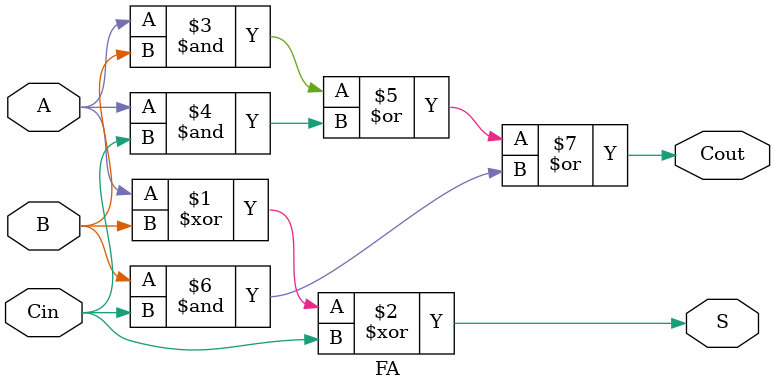
<source format=sv>
module FA(
  input 	A,B,Cin,	// three input bits to be added
  output	S,Cout		// Sum and carry out
);

	/////////////////////////////////////////////////
	// Declare any internal signals as type logic //
	///////////////////////////////////////////////

	/////////////////////////////////////////////////
	// Implement Full Adder as structural verilog //
	///////////////////////////////////////////////
	
	assign S = A ^ B ^ Cin;
	assign Cout = (A & B) | (A & Cin) | (B & Cin);
	
endmodule

</source>
